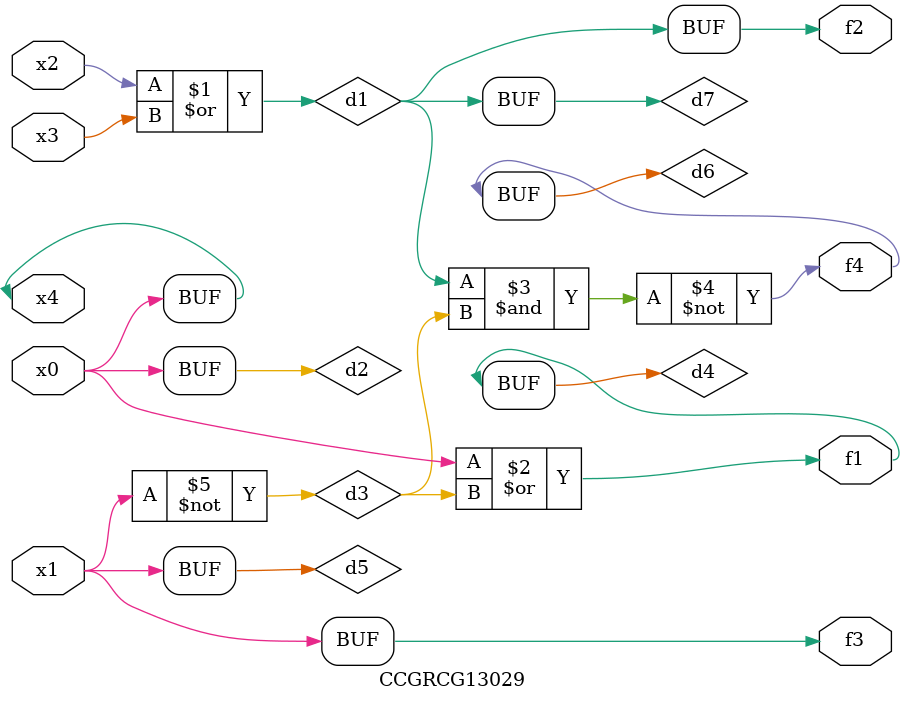
<source format=v>
module CCGRCG13029(
	input x0, x1, x2, x3, x4,
	output f1, f2, f3, f4
);

	wire d1, d2, d3, d4, d5, d6, d7;

	or (d1, x2, x3);
	buf (d2, x0, x4);
	not (d3, x1);
	or (d4, d2, d3);
	not (d5, d3);
	nand (d6, d1, d3);
	or (d7, d1);
	assign f1 = d4;
	assign f2 = d7;
	assign f3 = d5;
	assign f4 = d6;
endmodule

</source>
